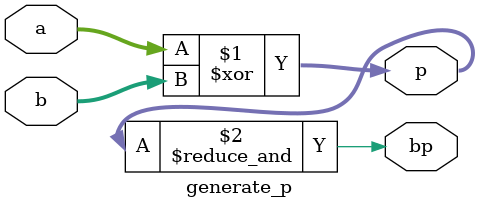
<source format=v>
`timescale 1ns / 1ps

module generate_p(a,b,p,bp);
input [3:0] a,b;
output [3:0] p;
output bp;
assign p= a^b;//get all propagate bits
assign bp= &p;// and p0p1p2p3 bits
endmodule
</source>
